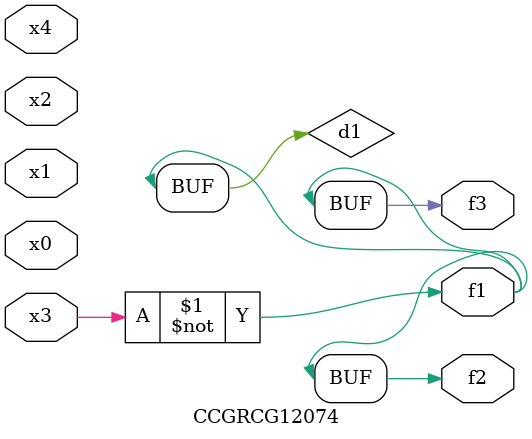
<source format=v>
module CCGRCG12074(
	input x0, x1, x2, x3, x4,
	output f1, f2, f3
);

	wire d1, d2;

	xnor (d1, x3);
	not (d2, x1);
	assign f1 = d1;
	assign f2 = d1;
	assign f3 = d1;
endmodule

</source>
